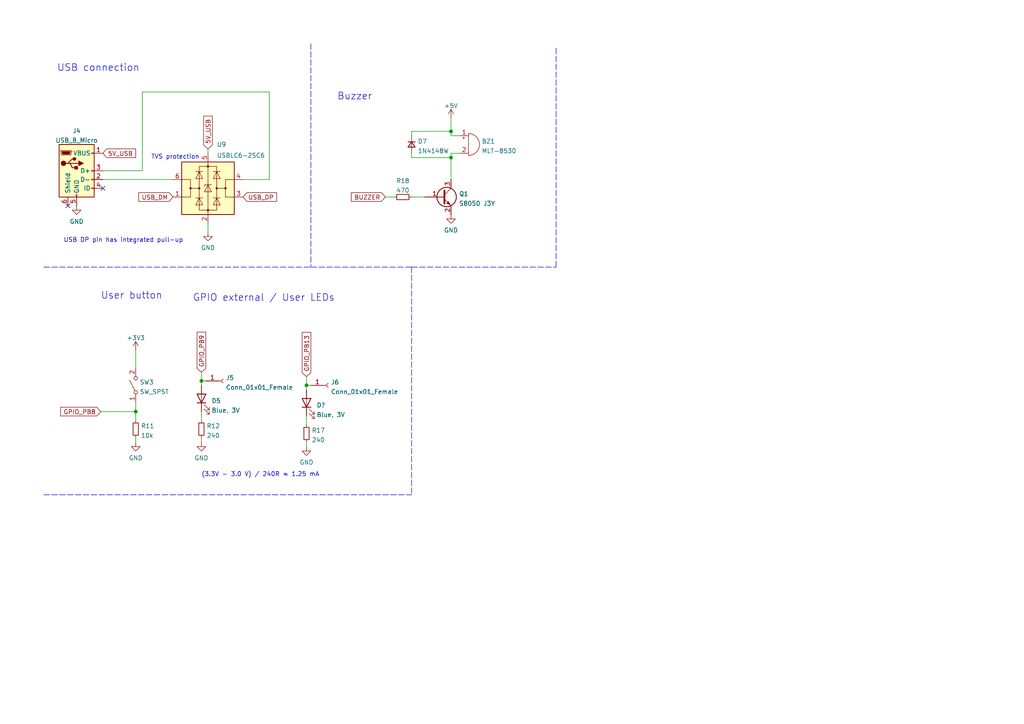
<source format=kicad_sch>
(kicad_sch (version 20211123) (generator eeschema)
  (paper "A4")
  (title_block (title "GPIO, Analog inputs") (company "University of Oulu") (comment 1 "Antti Luukkonen, Jouni Saari, Visa Tuominen"))
  (lib_symbols
    (symbol "Connector:Conn_01x01_Female" (pin_names (offset 1.016) hide)
      (property "Reference" "J" (at 0 2.54 0))
      (property "Value" "Conn_01x01_Female" (at 0 -2.54 0))
      (symbol "Conn_01x01_Female_1_1"
        (polyline (pts (xy -1.27 0) (xy -0.508 0)) (stroke (width 0.1524)))
        (arc (start 0 0.508) (mid -0.508 0) (end 0 -0.508) (stroke (width 0.1524)))
        (pin passive line (at -5.08 0 0) (length 3.81) (name "Pin_1") (number "1"))
      )
    )
    (symbol "Connector:USB_B_Micro" (pin_names (offset 1.016))
      (property "Reference" "J" (at -5.08 11.43 0))
      (property "Value" "USB_B_Micro" (at -5.08 8.89 0))
      (symbol "USB_B_Micro_0_1"
        (rectangle (start -5.08 -7.62) (end 5.08 7.62) (stroke (width 0.254)) (fill (type background)))
        (circle (center -3.81 2.159) (radius 0.635) (stroke (width 0.254)) (fill (type outline)))
        (circle (center -0.635 3.429) (radius 0.381) (stroke (width 0.254)) (fill (type outline)))
        (rectangle (start -0.127 -7.62) (end 0.127 -6.858))
        (polyline (pts (xy -1.905 2.159) (xy 0.635 2.159)) (stroke (width 0.254)))
        (polyline (pts (xy -3.175 2.159) (xy -2.54 2.159) (xy -1.27 3.429) (xy -0.635 3.429)) (stroke (width 0.254)))
        (polyline (pts (xy -2.54 2.159) (xy -1.905 2.159) (xy -1.27 0.889) (xy 0 0.889)) (stroke (width 0.254)))
        (polyline (pts (xy 0.635 2.794) (xy 0.635 1.524) (xy 1.905 2.159) (xy 0.635 2.794)) (stroke (width 0.254)) (fill (type outline)))
        (polyline (pts (xy -4.318 5.588) (xy -1.778 5.588) (xy -2.032 4.826) (xy -4.064 4.826) (xy -4.318 5.588)) (fill (type outline)))
        (polyline (pts (xy -4.699 5.842) (xy -4.699 5.588) (xy -4.445 4.826) (xy -4.445 4.572) (xy -1.651 4.572) (xy -1.651 4.826) (xy -1.397 5.588) (xy -1.397 5.842) (xy -4.699 5.842)))
        (rectangle (start 0.254 1.27) (end -0.508 0.508) (stroke (width 0.254)) (fill (type outline)))
        (rectangle (start 5.08 -5.207) (end 4.318 -4.953))
        (rectangle (start 5.08 -2.667) (end 4.318 -2.413))
        (rectangle (start 5.08 -0.127) (end 4.318 0.127))
        (rectangle (start 5.08 4.953) (end 4.318 5.207))
      )
      (symbol "USB_B_Micro_1_1"
        (pin power_out line (at 7.62 5.08 180) (length 2.54) (name "VBUS") (number "1"))
        (pin bidirectional line (at 7.62 -2.54 180) (length 2.54) (name "D-") (number "2"))
        (pin bidirectional line (at 7.62 0 180) (length 2.54) (name "D+") (number "3"))
        (pin passive line (at 7.62 -5.08 180) (length 2.54) (name "ID") (number "4"))
        (pin power_out line (at 0 -10.16 90) (length 2.54) (name "GND") (number "5"))
        (pin passive line (at -2.54 -10.16 90) (length 2.54) (name "Shield") (number "6"))
      )
    )
    (symbol "Device:Buzzer" (pin_names (offset 0.0254) hide)
      (property "Reference" "BZ" (at 3.81 1.27 0))
      (property "Value" "Buzzer" (at 3.81 -1.27 0))
      (symbol "Buzzer_0_1"
        (arc (start 0 -3.175) (mid 3.175 0) (end 0 3.175))
        (polyline (pts (xy -1.651 1.905) (xy -1.143 1.905)))
        (polyline (pts (xy -1.397 2.159) (xy -1.397 1.651)))
        (polyline (pts (xy 0 3.175) (xy 0 -3.175)))
      )
      (symbol "Buzzer_1_1"
        (pin passive line (at -2.54 2.54 0) (length 2.54) (name "-") (number "1"))
        (pin passive line (at -2.54 -2.54 0) (length 2.54) (name "+") (number "2"))
      )
    )
    (symbol "Device:D_Small" (pin_numbers hide) (pin_names (offset 0.254) hide)
      (property "Reference" "D" (at -1.27 2.032 0))
      (property "Value" "D_Small" (at -3.81 -2.032 0))
      (symbol "D_Small_0_1"
        (polyline (pts (xy -0.762 -1.016) (xy -0.762 1.016)) (stroke (width 0.254)))
        (polyline (pts (xy -0.762 0) (xy 0.762 0)))
        (polyline (pts (xy 0.762 -1.016) (xy -0.762 0) (xy 0.762 1.016) (xy 0.762 -1.016)) (stroke (width 0.254)))
      )
      (symbol "D_Small_1_1"
        (pin passive line (at -2.54 0 0) (length 1.778) (name "K") (number "1"))
        (pin passive line (at 2.54 0 180) (length 1.778) (name "A") (number "2"))
      )
    )
    (symbol "Device:LED" (pin_numbers hide) (pin_names (offset 1.016) hide)
      (property "Reference" "D" (at 0 2.54 0))
      (property "Value" "LED" (at 0 -2.54 0))
      (symbol "LED_0_1"
        (polyline (pts (xy -1.27 -1.27) (xy -1.27 1.27)) (stroke (width 0.254)))
        (polyline (pts (xy -1.27 0) (xy 1.27 0)))
        (polyline (pts (xy 1.27 -1.27) (xy 1.27 1.27) (xy -1.27 0) (xy 1.27 -1.27)) (stroke (width 0.254)))
        (polyline (pts (xy -3.048 -0.762) (xy -4.572 -2.286) (xy -3.81 -2.286) (xy -4.572 -2.286) (xy -4.572 -1.524)))
        (polyline (pts (xy -1.778 -0.762) (xy -3.302 -2.286) (xy -2.54 -2.286) (xy -3.302 -2.286) (xy -3.302 -1.524)))
      )
      (symbol "LED_1_1"
        (pin passive line (at -3.81 0 0) (length 2.54) (name "K") (number "1"))
        (pin passive line (at 3.81 0 180) (length 2.54) (name "A") (number "2"))
      )
    )
    (symbol "Device:Q_NPN_BEC" (pin_names (offset 0) hide)
      (property "Reference" "Q" (at 5.08 1.27 0))
      (property "Value" "Q_NPN_BEC" (at 5.08 -1.27 0))
      (symbol "Q_NPN_BEC_0_1"
        (polyline (pts (xy 0.635 0.635) (xy 2.54 2.54)))
        (polyline (pts (xy 0.635 -0.635) (xy 2.54 -2.54) (xy 2.54 -2.54)))
        (polyline (pts (xy 0.635 1.905) (xy 0.635 -1.905) (xy 0.635 -1.905)) (stroke (width 0.508)))
        (polyline (pts (xy 1.27 -1.778) (xy 1.778 -1.27) (xy 2.286 -2.286) (xy 1.27 -1.778) (xy 1.27 -1.778)) (fill (type outline)))
        (circle (center 1.27 0) (radius 2.8194) (stroke (width 0.254)))
      )
      (symbol "Q_NPN_BEC_1_1"
        (pin input line (at -5.08 0 0) (length 5.715) (name "B") (number "1"))
        (pin passive line (at 2.54 -5.08 90) (length 2.54) (name "E") (number "2"))
        (pin passive line (at 2.54 5.08 270) (length 2.54) (name "C") (number "3"))
      )
    )
    (symbol "Device:R_Small" (pin_numbers hide) (pin_names (offset 0.254) hide)
      (property "Reference" "R" (at 0.762 0.508 0))
      (property "Value" "R_Small" (at 0.762 -1.016 0))
      (symbol "R_Small_0_1"
        (rectangle (start -0.762 1.778) (end 0.762 -1.778) (stroke (width 0.2032)))
      )
      (symbol "R_Small_1_1"
        (pin passive line (at 0 2.54 270) (length 0.762) (name "~") (number "1"))
        (pin passive line (at 0 -2.54 90) (length 0.762) (name "~") (number "2"))
      )
    )
    (symbol "Power_Protection:USBLC6-2SC6" (pin_names hide)
      (property "Reference" "U" (at 2.54 8.89 0))
      (property "Value" "USBLC6-2SC6" (at 2.54 -8.89 0))
      (symbol "USBLC6-2SC6_0_1"
        (rectangle (start -7.62 -7.62) (end 7.62 7.62) (stroke (width 0.254)) (fill (type background)))
        (circle (center -5.08 0) (radius 0.254) (fill (type outline)))
        (circle (center -2.54 0) (radius 0.254) (fill (type outline)))
        (rectangle (start -2.54 6.35) (end 2.54 -6.35))
        (circle (center 0 -6.35) (radius 0.254) (fill (type outline)))
        (polyline (pts (xy -5.08 -2.54) (xy -7.62 -2.54)))
        (polyline (pts (xy -5.08 0) (xy -5.08 -2.54)))
        (polyline (pts (xy -5.08 2.54) (xy -7.62 2.54)))
        (polyline (pts (xy -1.524 -2.794) (xy -3.556 -2.794)))
        (polyline (pts (xy -1.524 4.826) (xy -3.556 4.826)))
        (polyline (pts (xy 0 -7.62) (xy 0 -6.35)))
        (polyline (pts (xy 0 -6.35) (xy 0 1.27)))
        (polyline (pts (xy 0 1.27) (xy 0 6.35)))
        (polyline (pts (xy 0 6.35) (xy 0 7.62)))
        (polyline (pts (xy 1.524 -2.794) (xy 3.556 -2.794)))
        (polyline (pts (xy 1.524 4.826) (xy 3.556 4.826)))
        (polyline (pts (xy 5.08 -2.54) (xy 7.62 -2.54)))
        (polyline (pts (xy 5.08 0) (xy 5.08 -2.54)))
        (polyline (pts (xy 5.08 2.54) (xy 7.62 2.54)))
        (polyline (pts (xy -2.54 0) (xy -5.08 0) (xy -5.08 2.54)))
        (polyline (pts (xy 2.54 0) (xy 5.08 0) (xy 5.08 2.54)))
        (polyline (pts (xy -3.556 -4.826) (xy -1.524 -4.826) (xy -2.54 -2.794) (xy -3.556 -4.826)))
        (polyline (pts (xy -3.556 2.794) (xy -1.524 2.794) (xy -2.54 4.826) (xy -3.556 2.794)))
        (polyline (pts (xy -1.016 -1.016) (xy 1.016 -1.016) (xy 0 1.016) (xy -1.016 -1.016)))
        (polyline (pts (xy 1.016 1.016) (xy 0.762 1.016) (xy -1.016 1.016) (xy -1.016 0.508)))
        (polyline (pts (xy 3.556 -4.826) (xy 1.524 -4.826) (xy 2.54 -2.794) (xy 3.556 -4.826)))
        (polyline (pts (xy 3.556 2.794) (xy 1.524 2.794) (xy 2.54 4.826) (xy 3.556 2.794)))
        (circle (center 0 6.35) (radius 0.254) (fill (type outline)))
        (circle (center 2.54 0) (radius 0.254) (fill (type outline)))
        (circle (center 5.08 0) (radius 0.254) (fill (type outline)))
      )
      (symbol "USBLC6-2SC6_1_1"
        (pin passive line (at -10.16 -2.54 0) (length 2.54) (name "I/O1") (number "1"))
        (pin passive line (at 0 -10.16 90) (length 2.54) (name "GND") (number "2"))
        (pin passive line (at 10.16 -2.54 180) (length 2.54) (name "I/O2") (number "3"))
        (pin passive line (at 10.16 2.54 180) (length 2.54) (name "I/O2") (number "4"))
        (pin passive line (at 0 10.16 270) (length 2.54) (name "VBUS") (number "5"))
        (pin passive line (at -10.16 2.54 0) (length 2.54) (name "I/O1") (number "6"))
      )
    )
    (symbol "Switch:SW_SPST" (pin_names (offset 0) hide)
      (property "Reference" "SW" (at 0 3.175 0))
      (property "Value" "SW_SPST" (at 0 -2.54 0))
      (symbol "SW_SPST_0_0"
        (circle (center -2.032 0) (radius 0.508))
        (polyline (pts (xy -1.524 0.254) (xy 1.524 1.778)))
        (circle (center 2.032 0) (radius 0.508))
      )
      (symbol "SW_SPST_1_1"
        (pin passive line (at -5.08 0 0) (length 2.54) (name "A") (number "1"))
        (pin passive line (at 5.08 0 180) (length 2.54) (name "B") (number "2"))
      )
    )
    (symbol "power:+3V3" (power) (pin_names (offset 0))
      (property "Value" "+3V3" (at 0 3.556 0))
      (symbol "+3V3_0_1"
        (polyline (pts (xy -0.762 1.27) (xy 0 2.54)))
        (polyline (pts (xy 0 0) (xy 0 2.54)))
        (polyline (pts (xy 0 2.54) (xy 0.762 1.27)))
      )
      (symbol "+3V3_1_1"
        (pin power_in line (at 0 0 90) (length 0) hide (name "+3V3") (number "1"))
      )
    )
    (symbol "power:+5V" (power) (pin_names (offset 0))
      (property "Value" "+5V" (at 0 3.556 0))
      (symbol "+5V_0_1"
        (polyline (pts (xy -0.762 1.27) (xy 0 2.54)))
        (polyline (pts (xy 0 0) (xy 0 2.54)))
        (polyline (pts (xy 0 2.54) (xy 0.762 1.27)))
      )
      (symbol "+5V_1_1"
        (pin power_in line (at 0 0 90) (length 0) hide (name "+5V") (number "1"))
      )
    )
    (symbol "power:GND" (power) (pin_names (offset 0))
      (property "Value" "GND" (at 0 -3.81 0))
      (symbol "GND_0_1"
        (polyline (pts (xy 0 0) (xy 0 -1.27) (xy 1.27 -1.27) (xy 0 -2.54) (xy -1.27 -1.27) (xy 0 -1.27)))
      )
      (symbol "GND_1_1"
        (pin power_in line (at 0 0 270) (length 0) hide (name "GND") (number "1"))
      )
    )
  )
  (junction (at 58.42 110.49))
  (junction (at 130.81 45.72))
  (junction (at 39.37 119.38))
  (junction (at 130.81 38.1))
  (junction (at 88.9 111.76))
  (no_connect (at 29.845 54.61))
  (no_connect (at 19.685 59.69))
  (wire (pts (xy 78.105 52.07) (xy 70.485 52.07)))
  (wire (pts (xy 39.37 119.38) (xy 39.37 121.92)))
  (wire (pts (xy 88.9 111.76) (xy 90.17 111.76)))
  (wire (pts (xy 78.105 52.07) (xy 78.105 26.67)))
  (wire (pts (xy 88.9 123.19) (xy 88.9 120.65)))
  (polyline (pts (xy 161.29 13.97) (xy 161.29 77.47)))
  (wire (pts (xy 130.81 44.45) (xy 130.81 45.72)))
  (wire (pts (xy 60.325 64.77) (xy 60.325 67.31)))
  (wire (pts (xy 119.38 45.72) (xy 130.81 45.72)))
  (wire (pts (xy 58.42 127) (xy 58.42 128.27)))
  (polyline (pts (xy 12.7 143.51) (xy 119.38 143.51)))
  (polyline (pts (xy 119.38 77.47) (xy 119.38 143.51)))
  (wire (pts (xy 60.325 43.18) (xy 60.325 44.45)))
  (wire (pts (xy 29.845 49.53) (xy 41.275 49.53)))
  (polyline (pts (xy 90.17 12.7) (xy 90.17 77.47)))
  (wire (pts (xy 88.9 128.27) (xy 88.9 129.54)))
  (wire (pts (xy 119.38 38.1) (xy 130.81 38.1)))
  (wire (pts (xy 111.76 57.15) (xy 114.3 57.15)))
  (wire (pts (xy 119.38 39.37) (xy 119.38 38.1)))
  (wire (pts (xy 58.42 121.92) (xy 58.42 119.38)))
  (wire (pts (xy 58.42 107.95) (xy 58.42 110.49)))
  (wire (pts (xy 130.81 39.37) (xy 133.35 39.37)))
  (wire (pts (xy 39.37 101.6) (xy 39.37 106.68)))
  (wire (pts (xy 58.42 110.49) (xy 59.69 110.49)))
  (wire (pts (xy 39.37 127) (xy 39.37 128.27)))
  (wire (pts (xy 119.38 44.45) (xy 119.38 45.72)))
  (wire (pts (xy 29.845 52.07) (xy 50.165 52.07)))
  (wire (pts (xy 130.81 45.72) (xy 130.81 52.07)))
  (wire (pts (xy 88.9 111.76) (xy 88.9 113.03)))
  (wire (pts (xy 130.81 34.29) (xy 130.81 38.1)))
  (wire (pts (xy 119.38 57.15) (xy 123.19 57.15)))
  (wire (pts (xy 41.275 49.53) (xy 41.275 26.67)))
  (polyline (pts (xy 119.38 77.47) (xy 161.29 77.47)))
  (wire (pts (xy 58.42 110.49) (xy 58.42 111.76)))
  (wire (pts (xy 133.35 44.45) (xy 130.81 44.45)))
  (wire (pts (xy 41.275 26.67) (xy 78.105 26.67)))
  (wire (pts (xy 29.21 119.38) (xy 39.37 119.38)))
  (wire (pts (xy 88.9 109.22) (xy 88.9 111.76)))
  (polyline (pts (xy 90.17 77.47) (xy 119.38 77.47)))
  (wire (pts (xy 130.81 38.1) (xy 130.81 39.37)))
  (wire (pts (xy 39.37 116.84) (xy 39.37 119.38)))
  (polyline (pts (xy 12.7 77.47) (xy 90.17 77.47)))
  (text "USB connection" (at 16.51 20.955 0) (effects (font (size 2 2)) (justify left bottom)))
  (text "User button" (at 29.21 86.995 0) (effects (font (size 2 2)) (justify left bottom)))
  (text "(3.3V - 3.0 V) / 240R ≈ 1.25 mA" (at 58.42 138.43 0) (effects (font (size 1.27 1.27)) (justify left bottom)))
  (text "USB DP pin has integrated pull-up" (at 18.415 70.485 0) (effects (font (size 1.27 1.27)) (justify left bottom)))
  (text "Buzzer" (at 97.79 29.21 0) (effects (font (size 2 2)) (justify left bottom)))
  (text "GPIO external / User LEDs" (at 55.88 87.63 0) (effects (font (size 2 2)) (justify left bottom)))
  (text "TVS protection" (at 43.815 46.355 0) (effects (font (size 1.27 1.27)) (justify left bottom)))
  (global_label "USB_DM" (shape input) (at 50.165 57.15 180) (property "Intersheet References" "${INTERSHEET_REFS}" (effects hide)))
  (global_label "GPIO_PB9" (shape input) (at 58.42 107.95 90) (property "Intersheet References" "${INTERSHEET_REFS}" (effects hide)))
  (global_label "GPIO_PB13" (shape input) (at 88.9 109.22 90) (property "Intersheet References" "${INTERSHEET_REFS}" (effects hide)))
  (global_label "5V_USB" (shape input) (at 29.845 44.45 0) (property "Intersheet References" "${INTERSHEET_REFS}" (effects hide)))
  (global_label "USB_DP" (shape input) (at 70.485 57.15 0) (property "Intersheet References" "${INTERSHEET_REFS}" (effects hide)))
  (global_label "GPIO_PB8" (shape input) (at 29.21 119.38 180) (property "Intersheet References" "${INTERSHEET_REFS}" (effects hide)))
  (global_label "BUZZER" (shape input) (at 111.76 57.15 180) (property "Intersheet References" "${INTERSHEET_REFS}" (effects hide)))
  (global_label "5V_USB" (shape input) (at 60.325 43.18 90) (property "Intersheet References" "${INTERSHEET_REFS}" (effects hide)))
  (symbol (lib_id "power:GND") (at 39.37 128.27 0) (unit 1)
    (property "Reference" "#PWR034" (effects hide))
    (property "Value" "GND" (at 39.37 132.8325 0))
  )
  (symbol (lib_id "Device:R_Small") (at 58.42 124.46 0) (unit 1)
    (property "Reference" "R12" (at 59.9186 123.5515 0) (effects (justify left)))
    (property "Value" "240" (at 59.9186 126.3266 0) (effects (justify left)))
    (property "Footprint" "Resistor_SMD:R_0603_1608Metric" (effects hide))
    (property "LCSC" "C23350" (effects hide))
  )
  (symbol (lib_id "power:GND") (at 22.225 59.69 0) (unit 1)
    (property "Reference" "#PWR032" (effects hide))
    (property "Value" "GND" (at 22.225 64.2525 0))
  )
  (symbol (lib_id "power:+5V") (at 130.81 34.29 0) (unit 1)
    (property "Reference" "#PWR036" (effects hide))
    (property "Value" "+5V" (at 130.81 30.6855 0))
  )
  (symbol (lib_id "Connector:Conn_01x01_Female") (at 95.25 111.76 0) (unit 1)
    (property "Reference" "J6" (at 95.9612 110.8515 0) (effects (justify left)))
    (property "Value" "Conn_01x01_Female" (at 95.9612 113.6266 0) (effects (justify left)))
  )
  (symbol (lib_id "Device:Q_NPN_BEC") (at 128.27 57.15 0) (unit 1)
    (property "Reference" "Q1" (at 133.1214 56.2415 0) (effects (justify left)))
    (property "Value" "S8050 J3Y" (at 133.1214 59.0166 0) (effects (justify left)))
    (property "Footprint" "Package_TO_SOT_SMD:SOT-23" (effects hide))
    (property "LCSC" "C2146" (effects hide))
  )
  (symbol (lib_id "power:GND") (at 88.9 129.54 0) (unit 1)
    (property "Reference" "#PWR023" (effects hide))
    (property "Value" "GND" (at 88.9 134.1025 0))
  )
  (symbol (lib_id "Device:LED") (at 88.9 116.84 90) (unit 1)
    (property "Reference" "D?" (at 91.821 117.519 90) (effects (justify right)))
    (property "Value" "Blue, 3V" (at 91.821 120.2941 90) (effects (justify right)))
    (property "Footprint" "LED_SMD:LED_0603_1608Metric" (effects hide))
    (property "Datasheet" "https://datasheet.lcsc.com/lcsc/1811101510_Everlight-Elec-19-217-BHC-ZL1M2RY-3T_C72041.pdf" (effects hide))
    (property "LCSC" "C72041" (effects hide))
  )
  (symbol (lib_id "power:+3V3") (at 39.37 101.6 0) (unit 1)
    (property "Reference" "#PWR033" (effects hide))
    (property "Value" "+3V3" (at 39.37 97.9955 0))
  )
  (symbol (lib_id "Switch:SW_SPST") (at 39.37 111.76 90) (unit 1)
    (property "Reference" "SW3" (at 40.513 110.8515 90) (effects (justify right)))
    (property "Value" "SW_SPST" (at 40.513 113.6266 90) (effects (justify right)))
  )
  (symbol (lib_id "power:GND") (at 130.81 62.23 0) (unit 1)
    (property "Reference" "#PWR037" (effects hide))
    (property "Value" "GND" (at 130.81 66.7925 0))
  )
  (symbol (lib_id "Device:R_Small") (at 88.9 125.73 0) (unit 1)
    (property "Reference" "R17" (at 90.3986 124.8215 0) (effects (justify left)))
    (property "Value" "240" (at 90.3986 127.5966 0) (effects (justify left)))
    (property "Footprint" "Resistor_SMD:R_0603_1608Metric" (effects hide))
    (property "LCSC" "C23350" (effects hide))
  )
  (symbol (lib_id "Device:D_Small") (at 119.38 41.91 270) (unit 1)
    (property "Reference" "D7" (at 121.158 41.0015 90) (effects (justify left)))
    (property "Value" "1N4148W" (at 121.158 43.7766 90) (effects (justify left)))
    (property "Footprint" "Diode_SMD:D_SOD-123" (effects hide))
    (property "Datasheet" "https://datasheet.lcsc.com/lcsc/1811061725_ST-Semtech-1N4148W_C81598.pdf" (effects hide))
    (property "LCSC" "C81598" (effects hide))
  )
  (symbol (lib_id "Connector:USB_B_Micro") (at 22.225 49.53 0) (unit 1)
    (property "Reference" "J4" (at 22.225 37.9435 0))
    (property "Value" "USB_B_Micro" (at 22.225 40.7186 0))
  )
  (symbol (lib_id "Device:R_Small") (at 39.37 124.46 0) (unit 1)
    (property "Reference" "R11" (at 40.8686 123.5515 0) (effects (justify left)))
    (property "Value" "10k" (at 40.8686 126.3266 0) (effects (justify left)))
    (property "Footprint" "Resistor_SMD:R_0603_1608Metric" (effects hide))
    (property "LCSC" "C25804" (effects hide))
  )
  (symbol (lib_id "Power_Protection:USBLC6-2SC6") (at 60.325 54.61 0) (unit 1)
    (property "Reference" "U9" (at 62.865 41.91 0) (effects (justify left)))
    (property "Value" "USBLC6-2SC6" (at 62.865 45.085 0) (effects (justify left)))
    (property "Footprint" "Package_TO_SOT_SMD:SOT-23-6" (effects hide))
    (property "Datasheet" "https://www.st.com/resource/en/datasheet/usblc6-2.pdf" (effects hide))
  )
  (symbol (lib_id "Connector:Conn_01x01_Female") (at 64.77 110.49 0) (unit 1)
    (property "Reference" "J5" (at 65.4812 109.5815 0) (effects (justify left)))
    (property "Value" "Conn_01x01_Female" (at 65.4812 112.3566 0) (effects (justify left)))
  )
  (symbol (lib_id "power:GND") (at 60.325 67.31 0) (unit 1)
    (property "Reference" "#PWR035" (effects hide))
    (property "Value" "GND" (at 60.325 71.8725 0))
  )
  (symbol (lib_id "Device:Buzzer") (at 135.89 41.91 0) (unit 1)
    (property "Reference" "BZ1" (at 139.7 41.0015 0) (effects (justify left)))
    (property "Value" "MLT-8530" (at 139.7 43.7766 0) (effects (justify left)))
    (property "Footprint" "Buzzer_Beeper:Buzzer_TDK_PS1240P02BT_D12.2mm_H6.5mm" (effects hide))
    (property "Datasheet" "https://datasheet.lcsc.com/lcsc/1811151451_Jiangsu-Huaneng-Elec-MLT-8530_C94599.pdf" (effects hide))
    (property "LCSC" "C94599" (effects hide))
  )
  (symbol (lib_id "Device:R_Small") (at 116.84 57.15 90) (unit 1)
    (property "Reference" "R18" (at 116.84 52.4469 90))
    (property "Value" "470" (at 116.84 55.222 90))
    (property "Footprint" "Resistor_SMD:R_0603_1608Metric" (effects hide))
    (property "LCSC" "C23179" (effects hide))
  )
  (symbol (lib_id "power:GND") (at 58.42 128.27 0) (unit 1)
    (property "Reference" "#PWR022" (effects hide))
    (property "Value" "GND" (at 58.42 132.8325 0))
  )
  (symbol (lib_id "Device:LED") (at 58.42 115.57 90) (unit 1)
    (property "Reference" "D5" (at 61.341 116.249 90) (effects (justify right)))
    (property "Value" "Blue, 3V" (at 61.341 119.0241 90) (effects (justify right)))
    (property "Footprint" "LED_SMD:LED_0603_1608Metric" (effects hide))
    (property "Datasheet" "https://datasheet.lcsc.com/lcsc/1811101510_Everlight-Elec-19-217-BHC-ZL1M2RY-3T_C72041.pdf" (effects hide))
    (property "LCSC" "C72041" (effects hide))
  )
)
</source>
